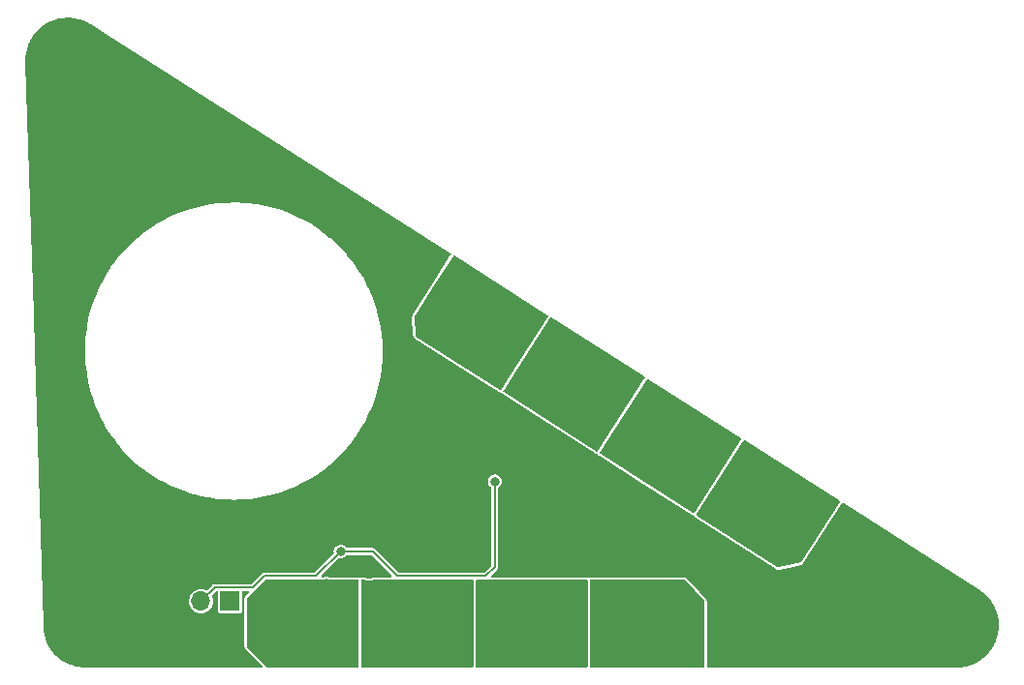
<source format=gtl>
G04 #@! TF.GenerationSoftware,KiCad,Pcbnew,(6.0.0)*
G04 #@! TF.CreationDate,2022-02-11T23:38:19-05:00*
G04 #@! TF.ProjectId,FalconRHS,46616c63-6f6e-4524-9853-2e6b69636164,1A*
G04 #@! TF.SameCoordinates,Original*
G04 #@! TF.FileFunction,Copper,L1,Top*
G04 #@! TF.FilePolarity,Positive*
%FSLAX46Y46*%
G04 Gerber Fmt 4.6, Leading zero omitted, Abs format (unit mm)*
G04 Created by KiCad (PCBNEW (6.0.0)) date 2022-02-11 23:38:19*
%MOMM*%
%LPD*%
G01*
G04 APERTURE LIST*
G04 Aperture macros list*
%AMRotRect*
0 Rectangle, with rotation*
0 The origin of the aperture is its center*
0 $1 length*
0 $2 width*
0 $3 Rotation angle, in degrees counterclockwise*
0 Add horizontal line*
21,1,$1,$2,0,0,$3*%
G04 Aperture macros list end*
G04 #@! TA.AperFunction,SMDPad,CuDef*
%ADD10R,2.000000X3.400000*%
G04 #@! TD*
G04 #@! TA.AperFunction,SMDPad,CuDef*
%ADD11RotRect,2.000000X3.400000X147.507004*%
G04 #@! TD*
G04 #@! TA.AperFunction,ComponentPad*
%ADD12R,1.700000X1.700000*%
G04 #@! TD*
G04 #@! TA.AperFunction,ComponentPad*
%ADD13O,1.700000X1.700000*%
G04 #@! TD*
G04 #@! TA.AperFunction,ViaPad*
%ADD14C,0.800000*%
G04 #@! TD*
G04 #@! TA.AperFunction,ViaPad*
%ADD15C,1.700000*%
G04 #@! TD*
G04 #@! TA.AperFunction,Conductor*
%ADD16C,0.203200*%
G04 #@! TD*
G04 APERTURE END LIST*
D10*
X144150000Y-122000000D03*
X141850000Y-122000000D03*
D11*
X162400799Y-111896316D03*
X164340751Y-113131868D03*
X153964089Y-106527857D03*
X155904041Y-107763409D03*
D10*
X154150000Y-122000000D03*
X151850000Y-122000000D03*
X134150000Y-122000000D03*
X131850000Y-122000000D03*
D11*
X145545458Y-101132988D03*
X147485410Y-102368540D03*
D12*
X121640000Y-121900000D03*
D13*
X119100000Y-121900000D03*
X116560000Y-121900000D03*
D14*
X145700000Y-117400000D03*
X150500000Y-107850000D03*
D15*
X146266600Y-108930500D03*
X133800000Y-119050000D03*
D14*
X132200000Y-110050000D03*
X137100000Y-109450000D03*
X143850000Y-117450000D03*
X137100000Y-110600000D03*
X133400000Y-110050000D03*
X145700000Y-118450000D03*
X143850000Y-118450000D03*
X131300000Y-117550000D03*
X144772665Y-111415146D03*
X164931479Y-115118521D03*
X165752028Y-115647972D03*
X166572577Y-116177423D03*
X146750000Y-98200000D03*
X145961482Y-97688518D03*
X147538518Y-98711482D03*
X130035000Y-121365000D03*
X130035000Y-122365000D03*
X130035000Y-120365000D03*
X156699980Y-124450000D03*
X157699980Y-124450000D03*
X155699980Y-124450000D03*
D16*
X120300000Y-120700000D02*
X123650000Y-120700000D01*
X136250000Y-119700000D02*
X134100000Y-117550000D01*
X144772665Y-118877335D02*
X143950000Y-119700000D01*
X119100000Y-121900000D02*
X120300000Y-120700000D01*
X144772665Y-111415146D02*
X144772665Y-118877335D01*
X123650000Y-120700000D02*
X124650000Y-119700000D01*
X143950000Y-119700000D02*
X136250000Y-119700000D01*
X129150000Y-119700000D02*
X131300000Y-117550000D01*
X134100000Y-117550000D02*
X131300000Y-117550000D01*
X124650000Y-119700000D02*
X129150000Y-119700000D01*
G04 #@! TA.AperFunction,Conductor*
G36*
X166627155Y-107829928D02*
G01*
X174891105Y-113093225D01*
X174930657Y-113141194D01*
X174934461Y-113203251D01*
X174921791Y-113232309D01*
X171572462Y-118464908D01*
X171524402Y-118504353D01*
X171509305Y-118508933D01*
X170814547Y-118661441D01*
X169540829Y-118941037D01*
X169478954Y-118934950D01*
X169464842Y-118927388D01*
X162437295Y-114407642D01*
X162397955Y-114359497D01*
X162394427Y-114297423D01*
X162406861Y-114268989D01*
X166488264Y-107860739D01*
X166536235Y-107821186D01*
X166598292Y-107817382D01*
X166627155Y-107829928D01*
G37*
G04 #@! TD.AperFunction*
G04 #@! TA.AperFunction,Conductor*
G36*
X141254641Y-91670214D02*
G01*
X149381852Y-96846421D01*
X149421405Y-96894392D01*
X149425209Y-96956449D01*
X149412662Y-96985315D01*
X146067146Y-102238141D01*
X145352401Y-103360368D01*
X145304430Y-103399921D01*
X145242373Y-103403725D01*
X145213500Y-103391173D01*
X137893443Y-98727677D01*
X137853897Y-98679702D01*
X137847061Y-98648572D01*
X137751861Y-96982575D01*
X137767610Y-96922536D01*
X137911704Y-96697818D01*
X139447794Y-94302242D01*
X141115913Y-91700764D01*
X141164005Y-91661358D01*
X141226074Y-91657745D01*
X141254641Y-91670214D01*
G37*
G04 #@! TD.AperFunction*
G04 #@! TA.AperFunction,Conductor*
G36*
X158187168Y-102454513D02*
G01*
X166286063Y-107612687D01*
X166325617Y-107660658D01*
X166329420Y-107722715D01*
X166316873Y-107751581D01*
X162245853Y-114143528D01*
X162197882Y-114183081D01*
X162135825Y-114186885D01*
X162106959Y-114174338D01*
X154008063Y-109016164D01*
X153968510Y-108968193D01*
X153964706Y-108906136D01*
X153977253Y-108877270D01*
X158048274Y-102485323D01*
X158096245Y-102445770D01*
X158158302Y-102441966D01*
X158187168Y-102454513D01*
G37*
G04 #@! TD.AperFunction*
G04 #@! TA.AperFunction,Conductor*
G36*
X132855331Y-120019213D02*
G01*
X132891876Y-120069513D01*
X132896800Y-120100600D01*
X132896800Y-127599399D01*
X132877587Y-127658530D01*
X132827287Y-127695075D01*
X132796200Y-127699999D01*
X124941669Y-127699999D01*
X124882538Y-127680786D01*
X124870534Y-127670534D01*
X123129465Y-125929465D01*
X123101239Y-125874067D01*
X123100000Y-125858330D01*
X123100000Y-121692552D01*
X123119213Y-121633421D01*
X123130535Y-121620363D01*
X123791694Y-120978650D01*
X123810931Y-120965816D01*
X123810185Y-120964591D01*
X123816252Y-120960898D01*
X123822779Y-120958094D01*
X123827744Y-120954015D01*
X123832176Y-120949583D01*
X123850517Y-120935085D01*
X123858628Y-120930085D01*
X123876573Y-120906486D01*
X123885516Y-120896243D01*
X124179291Y-120602468D01*
X124180361Y-120601414D01*
X124765268Y-120033711D01*
X124821079Y-120006315D01*
X124835332Y-120005300D01*
X129095636Y-120005300D01*
X129099827Y-120005608D01*
X129104628Y-120007256D01*
X129113907Y-120006908D01*
X129113910Y-120006908D01*
X129154836Y-120005371D01*
X129158610Y-120005300D01*
X129178393Y-120005300D01*
X129182892Y-120004462D01*
X129188180Y-120004119D01*
X129208998Y-120003338D01*
X129209001Y-120003337D01*
X129218282Y-120002989D01*
X129221826Y-120001466D01*
X129235004Y-120000000D01*
X132796200Y-120000000D01*
X132855331Y-120019213D01*
G37*
G04 #@! TD.AperFunction*
G04 #@! TA.AperFunction,Conductor*
G36*
X152855331Y-120019213D02*
G01*
X152891876Y-120069513D01*
X152896800Y-120100600D01*
X152896800Y-127599400D01*
X152877587Y-127658531D01*
X152827287Y-127695076D01*
X152796200Y-127700000D01*
X143200599Y-127700000D01*
X143141469Y-127680787D01*
X143104924Y-127630487D01*
X143100000Y-127599400D01*
X143100000Y-120105900D01*
X143119213Y-120046769D01*
X143169513Y-120010224D01*
X143200600Y-120005300D01*
X143895636Y-120005300D01*
X143899827Y-120005608D01*
X143904628Y-120007256D01*
X143913907Y-120006908D01*
X143913910Y-120006908D01*
X143954836Y-120005371D01*
X143958610Y-120005300D01*
X143978393Y-120005300D01*
X143982892Y-120004462D01*
X143988180Y-120004119D01*
X144008998Y-120003338D01*
X144009001Y-120003337D01*
X144018282Y-120002989D01*
X144021826Y-120001466D01*
X144035004Y-120000000D01*
X152796200Y-120000000D01*
X152855331Y-120019213D01*
G37*
G04 #@! TD.AperFunction*
G04 #@! TA.AperFunction,Conductor*
G36*
X149722943Y-97063662D02*
G01*
X157590735Y-102074646D01*
X157846074Y-102237271D01*
X157885628Y-102285242D01*
X157889431Y-102347299D01*
X157876884Y-102376165D01*
X153812918Y-108757034D01*
X153764947Y-108796588D01*
X153702890Y-108800391D01*
X153674024Y-108787844D01*
X145550896Y-103614237D01*
X145511343Y-103566266D01*
X145507539Y-103504209D01*
X145520086Y-103475343D01*
X146238536Y-102347299D01*
X149584052Y-97094473D01*
X149632023Y-97054920D01*
X149694080Y-97051116D01*
X149722943Y-97063662D01*
G37*
G04 #@! TD.AperFunction*
G04 #@! TA.AperFunction,Conductor*
G36*
X161365815Y-120019213D02*
G01*
X161379767Y-120031468D01*
X163072483Y-121820911D01*
X163099160Y-121877071D01*
X163100000Y-121890043D01*
X163100000Y-127599400D01*
X163080787Y-127658531D01*
X163030487Y-127695076D01*
X162999402Y-127700000D01*
X153200599Y-127700000D01*
X153141469Y-127680787D01*
X153104924Y-127630487D01*
X153100000Y-127599400D01*
X153100000Y-120100600D01*
X153119213Y-120041469D01*
X153169513Y-120004924D01*
X153200600Y-120000000D01*
X161306684Y-120000000D01*
X161365815Y-120019213D01*
G37*
G04 #@! TD.AperFunction*
G04 #@! TA.AperFunction,Conductor*
G36*
X107598031Y-70842088D02*
G01*
X107732689Y-70845438D01*
X107742575Y-70846173D01*
X107857594Y-70860446D01*
X108094584Y-70889854D01*
X108104331Y-70891554D01*
X108358368Y-70948908D01*
X108450339Y-70969673D01*
X108459890Y-70972330D01*
X108796521Y-71084124D01*
X108805765Y-71087709D01*
X109129748Y-71232090D01*
X109138593Y-71236566D01*
X109423451Y-71398840D01*
X109441609Y-71412072D01*
X109442135Y-71412554D01*
X109442139Y-71412557D01*
X109448629Y-71418502D01*
X109456761Y-71421869D01*
X109465122Y-71425331D01*
X109480679Y-71433427D01*
X110787600Y-72265803D01*
X139702817Y-90681859D01*
X140913545Y-91452970D01*
X140953098Y-91500941D01*
X140956902Y-91562998D01*
X140944190Y-91592122D01*
X139276739Y-94192558D01*
X137740649Y-96588134D01*
X137596555Y-96812852D01*
X137594972Y-96816461D01*
X137594971Y-96816463D01*
X137572645Y-96867363D01*
X137572643Y-96867370D01*
X137571060Y-96870978D01*
X137555311Y-96931017D01*
X137548992Y-96994168D01*
X137549217Y-96998106D01*
X137549217Y-96998108D01*
X137638592Y-98562157D01*
X137644192Y-98660165D01*
X137648590Y-98692155D01*
X137655426Y-98723285D01*
X137697100Y-98808950D01*
X137700889Y-98813547D01*
X137700890Y-98813548D01*
X137734128Y-98853871D01*
X137734132Y-98853875D01*
X137736646Y-98856925D01*
X137739613Y-98859550D01*
X137739614Y-98859551D01*
X137781300Y-98896433D01*
X137781305Y-98896437D01*
X137784262Y-98899053D01*
X137787592Y-98901174D01*
X137787594Y-98901176D01*
X144053405Y-102893028D01*
X145104319Y-103562549D01*
X145106059Y-103563474D01*
X145106064Y-103563477D01*
X145130737Y-103576595D01*
X145130745Y-103576599D01*
X145132487Y-103577525D01*
X145161360Y-103590077D01*
X145167207Y-103591107D01*
X145167209Y-103591108D01*
X145198624Y-103596644D01*
X145254806Y-103606544D01*
X145255059Y-103606528D01*
X145310993Y-103628273D01*
X145337264Y-103661062D01*
X145354563Y-103695534D01*
X145394116Y-103743505D01*
X145397070Y-103746118D01*
X145397076Y-103746124D01*
X145414111Y-103761191D01*
X145441738Y-103785627D01*
X148210484Y-105549037D01*
X153495830Y-108915265D01*
X153564866Y-108959234D01*
X153593022Y-108974201D01*
X153594827Y-108974985D01*
X153594832Y-108974988D01*
X153601660Y-108977955D01*
X153621888Y-108986748D01*
X153627728Y-108987777D01*
X153627731Y-108987778D01*
X153715319Y-109003211D01*
X153715000Y-109005019D01*
X153765351Y-109024596D01*
X153791616Y-109057380D01*
X153811730Y-109097461D01*
X153851283Y-109145432D01*
X153854237Y-109148045D01*
X153854243Y-109148051D01*
X153895946Y-109184937D01*
X153898905Y-109187554D01*
X157406736Y-111421686D01*
X160377130Y-113313525D01*
X161997801Y-114345728D01*
X162025957Y-114360695D01*
X162027762Y-114361479D01*
X162027767Y-114361482D01*
X162049382Y-114370877D01*
X162054823Y-114373242D01*
X162095611Y-114380428D01*
X162145896Y-114389288D01*
X162200796Y-114418470D01*
X162218551Y-114443637D01*
X162238091Y-114483005D01*
X162240605Y-114488070D01*
X162279945Y-114536215D01*
X162327378Y-114578547D01*
X162330696Y-114580681D01*
X162330700Y-114580684D01*
X169354077Y-119097748D01*
X169354091Y-119097757D01*
X169354925Y-119098293D01*
X169368867Y-119106494D01*
X169382979Y-119114056D01*
X169387719Y-119115496D01*
X169387723Y-119115498D01*
X169454313Y-119135732D01*
X169454317Y-119135733D01*
X169459060Y-119137174D01*
X169520935Y-119143261D01*
X169524879Y-119143028D01*
X169524880Y-119143028D01*
X169562630Y-119140797D01*
X169584397Y-119139511D01*
X170858115Y-118859915D01*
X171552873Y-118707407D01*
X171553835Y-118707156D01*
X171553843Y-118707154D01*
X171567323Y-118703636D01*
X171567338Y-118703632D01*
X171568295Y-118703382D01*
X171583392Y-118698802D01*
X171587741Y-118696477D01*
X171587744Y-118696476D01*
X171648956Y-118663755D01*
X171653317Y-118661424D01*
X171657138Y-118658288D01*
X171657141Y-118658286D01*
X171698317Y-118624491D01*
X171698321Y-118624487D01*
X171701377Y-118621979D01*
X171715485Y-118606101D01*
X171740981Y-118577409D01*
X171740986Y-118577403D01*
X171743605Y-118574455D01*
X175092934Y-113341856D01*
X175093703Y-113342348D01*
X175137757Y-113303154D01*
X175199629Y-113297024D01*
X175232168Y-113310447D01*
X175282256Y-113342348D01*
X187086387Y-120860380D01*
X187100301Y-120871054D01*
X187106973Y-120877167D01*
X187106976Y-120877169D01*
X187113463Y-120883112D01*
X187122227Y-120886741D01*
X187141915Y-120897614D01*
X187410665Y-121088109D01*
X187418475Y-121094247D01*
X187687345Y-121327996D01*
X187694517Y-121334884D01*
X187938951Y-121594056D01*
X187945416Y-121601630D01*
X188163025Y-121883689D01*
X188168710Y-121891863D01*
X188357375Y-122194060D01*
X188362220Y-122202750D01*
X188520090Y-122522126D01*
X188524051Y-122531251D01*
X188649570Y-122864656D01*
X188652613Y-122874137D01*
X188744561Y-123218324D01*
X188746651Y-123228059D01*
X188804121Y-123579637D01*
X188805239Y-123589531D01*
X188827671Y-123945067D01*
X188827806Y-123955024D01*
X188814980Y-124311053D01*
X188814129Y-124320973D01*
X188766172Y-124673978D01*
X188764347Y-124683756D01*
X188730715Y-124824822D01*
X188681728Y-125030294D01*
X188678943Y-125039853D01*
X188562466Y-125376538D01*
X188558748Y-125385776D01*
X188409565Y-125709282D01*
X188404953Y-125718106D01*
X188224525Y-126025271D01*
X188219063Y-126033597D01*
X188009137Y-126321443D01*
X188002879Y-126329187D01*
X187765539Y-126594856D01*
X187758549Y-126601942D01*
X187496098Y-126842857D01*
X187488451Y-126849209D01*
X187203463Y-127063004D01*
X187195226Y-127068568D01*
X187139031Y-127102606D01*
X186890498Y-127253143D01*
X186881736Y-127257873D01*
X186560284Y-127411405D01*
X186551100Y-127415246D01*
X186216008Y-127536261D01*
X186206503Y-127539170D01*
X185923617Y-127610664D01*
X185861110Y-127626461D01*
X185851351Y-127628419D01*
X185740072Y-127645070D01*
X185499029Y-127681137D01*
X185489121Y-127682122D01*
X185160111Y-127698425D01*
X185137662Y-127697019D01*
X185137658Y-127697018D01*
X185128322Y-127695372D01*
X185119656Y-127696900D01*
X185119655Y-127696900D01*
X185111920Y-127698264D01*
X185110747Y-127698471D01*
X185110741Y-127698472D01*
X185093272Y-127700000D01*
X163403800Y-127700000D01*
X163344669Y-127680787D01*
X163308124Y-127630487D01*
X163303200Y-127599400D01*
X163303200Y-121890043D01*
X163302775Y-121876912D01*
X163301935Y-121863940D01*
X163282705Y-121789884D01*
X163256028Y-121733724D01*
X163220101Y-121681272D01*
X162664818Y-121094258D01*
X161528176Y-119892665D01*
X161528172Y-119892661D01*
X161527385Y-119891829D01*
X161513866Y-119878800D01*
X161499914Y-119866545D01*
X161457387Y-119842339D01*
X161433062Y-119828493D01*
X161433060Y-119828492D01*
X161428608Y-119825958D01*
X161423737Y-119824375D01*
X161423734Y-119824374D01*
X161373233Y-119807965D01*
X161373228Y-119807964D01*
X161369477Y-119806745D01*
X161353572Y-119804226D01*
X161310582Y-119797417D01*
X161310578Y-119797417D01*
X161306684Y-119796800D01*
X153200600Y-119796800D01*
X153168811Y-119799302D01*
X153166853Y-119799612D01*
X153166854Y-119799612D01*
X153143586Y-119803297D01*
X153143582Y-119803298D01*
X153137724Y-119804226D01*
X153132242Y-119806497D01*
X153132241Y-119806497D01*
X153089083Y-119824374D01*
X153050075Y-119840532D01*
X153045793Y-119843643D01*
X152985051Y-119855724D01*
X152945280Y-119842182D01*
X152922978Y-119828858D01*
X152922977Y-119828857D01*
X152918124Y-119825958D01*
X152912753Y-119824213D01*
X152912749Y-119824211D01*
X152862749Y-119807965D01*
X152862744Y-119807964D01*
X152858993Y-119806745D01*
X152843088Y-119804226D01*
X152800098Y-119797417D01*
X152800094Y-119797417D01*
X152796200Y-119796800D01*
X144527829Y-119796800D01*
X144468698Y-119777587D01*
X144432153Y-119727287D01*
X144432153Y-119665113D01*
X144456694Y-119625065D01*
X144623018Y-119458742D01*
X144950110Y-119131650D01*
X144953286Y-119128908D01*
X144957845Y-119126680D01*
X144991995Y-119089866D01*
X144994612Y-119087148D01*
X145008622Y-119073138D01*
X145011212Y-119069363D01*
X145014720Y-119065368D01*
X145028875Y-119050109D01*
X145035193Y-119043298D01*
X145039525Y-119032440D01*
X145050005Y-119012812D01*
X145056621Y-119003167D01*
X145062868Y-118976845D01*
X145067310Y-118962800D01*
X145074706Y-118944260D01*
X145074706Y-118944258D01*
X145077338Y-118937662D01*
X145077965Y-118931267D01*
X145077965Y-118925001D01*
X145080684Y-118901772D01*
X145080738Y-118901547D01*
X145080738Y-118901540D01*
X145082882Y-118892507D01*
X145078884Y-118863130D01*
X145077965Y-118849565D01*
X145077965Y-111991439D01*
X145097178Y-111932308D01*
X145117324Y-111911628D01*
X145197995Y-111849727D01*
X145197998Y-111849724D01*
X145203229Y-111845710D01*
X145299996Y-111719600D01*
X145360826Y-111572743D01*
X145365555Y-111536827D01*
X145380713Y-111421686D01*
X145381574Y-111415146D01*
X145380713Y-111408606D01*
X145361687Y-111264087D01*
X145361686Y-111264085D01*
X145360826Y-111257549D01*
X145305783Y-111124663D01*
X145302519Y-111116782D01*
X145302517Y-111116779D01*
X145299996Y-111110692D01*
X145203229Y-110984582D01*
X145077120Y-110887815D01*
X144930262Y-110826985D01*
X144923726Y-110826125D01*
X144923724Y-110826124D01*
X144779205Y-110807098D01*
X144772665Y-110806237D01*
X144766125Y-110807098D01*
X144621606Y-110826124D01*
X144621604Y-110826125D01*
X144615068Y-110826985D01*
X144530777Y-110861899D01*
X144474301Y-110885292D01*
X144474298Y-110885294D01*
X144468211Y-110887815D01*
X144342101Y-110984582D01*
X144245334Y-111110692D01*
X144242813Y-111116779D01*
X144242811Y-111116782D01*
X144239547Y-111124663D01*
X144184504Y-111257549D01*
X144183644Y-111264085D01*
X144183643Y-111264087D01*
X144164617Y-111408606D01*
X144163756Y-111415146D01*
X144164617Y-111421686D01*
X144179776Y-111536827D01*
X144184504Y-111572743D01*
X144245334Y-111719600D01*
X144342101Y-111845710D01*
X144347332Y-111849724D01*
X144347335Y-111849727D01*
X144428006Y-111911628D01*
X144463222Y-111962867D01*
X144467365Y-111991439D01*
X144467365Y-118709206D01*
X144448152Y-118768337D01*
X144437900Y-118780341D01*
X143853005Y-119365235D01*
X143797607Y-119393461D01*
X143781870Y-119394700D01*
X136418129Y-119394700D01*
X136358998Y-119375487D01*
X136346994Y-119365235D01*
X134354315Y-117372555D01*
X134351573Y-117369379D01*
X134349345Y-117364820D01*
X134312531Y-117330670D01*
X134309813Y-117328053D01*
X134295803Y-117314043D01*
X134292028Y-117311453D01*
X134288033Y-117307945D01*
X134272774Y-117293790D01*
X134265963Y-117287472D01*
X134257339Y-117284031D01*
X134257337Y-117284030D01*
X134255941Y-117283474D01*
X134255105Y-117283140D01*
X134235477Y-117272660D01*
X134225832Y-117266044D01*
X134216794Y-117263899D01*
X134199510Y-117259797D01*
X134185465Y-117255355D01*
X134166925Y-117247959D01*
X134166923Y-117247959D01*
X134160327Y-117245327D01*
X134153932Y-117244700D01*
X134147666Y-117244700D01*
X134124437Y-117241981D01*
X134124212Y-117241927D01*
X134124205Y-117241927D01*
X134115172Y-117239783D01*
X134085796Y-117243781D01*
X134072230Y-117244700D01*
X131876292Y-117244700D01*
X131817161Y-117225487D01*
X131796481Y-117205341D01*
X131734581Y-117124671D01*
X131730564Y-117119436D01*
X131604455Y-117022669D01*
X131457597Y-116961839D01*
X131451061Y-116960979D01*
X131451059Y-116960978D01*
X131306540Y-116941952D01*
X131300000Y-116941091D01*
X131293460Y-116941952D01*
X131148941Y-116960978D01*
X131148939Y-116960979D01*
X131142403Y-116961839D01*
X131058112Y-116996753D01*
X131001636Y-117020146D01*
X131001633Y-117020148D01*
X130995546Y-117022669D01*
X130869436Y-117119436D01*
X130772669Y-117245546D01*
X130770148Y-117251633D01*
X130770146Y-117251636D01*
X130756728Y-117284030D01*
X130711839Y-117392403D01*
X130691091Y-117550000D01*
X130691952Y-117556540D01*
X130691952Y-117556541D01*
X130705224Y-117657356D01*
X130693894Y-117718489D01*
X130676620Y-117741621D01*
X129053005Y-119365235D01*
X128997607Y-119393461D01*
X128981870Y-119394700D01*
X124704364Y-119394700D01*
X124700173Y-119394392D01*
X124695372Y-119392744D01*
X124686093Y-119393092D01*
X124686090Y-119393092D01*
X124645164Y-119394629D01*
X124641390Y-119394700D01*
X124621607Y-119394700D01*
X124617109Y-119395538D01*
X124611819Y-119395881D01*
X124607911Y-119396028D01*
X124581719Y-119397011D01*
X124573188Y-119400676D01*
X124573184Y-119400677D01*
X124570976Y-119401626D01*
X124549684Y-119408095D01*
X124547319Y-119408535D01*
X124547316Y-119408536D01*
X124538189Y-119410236D01*
X124530284Y-119415109D01*
X124530283Y-119415109D01*
X124515157Y-119424433D01*
X124502086Y-119431224D01*
X124477222Y-119441906D01*
X124472256Y-119445984D01*
X124467824Y-119450416D01*
X124449477Y-119464919D01*
X124441372Y-119469915D01*
X124435751Y-119477307D01*
X124435750Y-119477308D01*
X124423430Y-119493510D01*
X124414487Y-119503753D01*
X123553005Y-120365235D01*
X123497607Y-120393461D01*
X123481870Y-120394700D01*
X120354357Y-120394700D01*
X120350169Y-120394393D01*
X120345371Y-120392745D01*
X120336091Y-120393093D01*
X120336089Y-120393093D01*
X120295179Y-120394629D01*
X120291406Y-120394700D01*
X120271607Y-120394700D01*
X120267109Y-120395538D01*
X120261816Y-120395881D01*
X120256655Y-120396075D01*
X120231718Y-120397011D01*
X120223187Y-120400676D01*
X120223183Y-120400677D01*
X120220975Y-120401626D01*
X120199683Y-120408095D01*
X120197318Y-120408535D01*
X120197315Y-120408536D01*
X120188189Y-120410236D01*
X120180287Y-120415107D01*
X120180284Y-120415108D01*
X120165151Y-120424436D01*
X120152082Y-120431225D01*
X120127221Y-120441906D01*
X120122256Y-120445985D01*
X120117824Y-120450417D01*
X120099483Y-120464915D01*
X120091372Y-120469915D01*
X120085749Y-120477310D01*
X120073427Y-120493514D01*
X120064484Y-120503757D01*
X119650302Y-120917939D01*
X119594904Y-120946165D01*
X119531320Y-120935297D01*
X119514629Y-120926273D01*
X119514628Y-120926272D01*
X119510301Y-120923933D01*
X119505604Y-120922479D01*
X119317602Y-120864283D01*
X119317600Y-120864283D01*
X119312901Y-120862828D01*
X119107392Y-120841228D01*
X119102491Y-120841674D01*
X119102488Y-120841674D01*
X118906499Y-120859510D01*
X118906496Y-120859510D01*
X118901601Y-120859956D01*
X118896887Y-120861343D01*
X118896884Y-120861344D01*
X118742734Y-120906714D01*
X118703367Y-120918300D01*
X118699007Y-120920579D01*
X118699003Y-120920581D01*
X118650066Y-120946165D01*
X118520241Y-121014036D01*
X118516402Y-121017123D01*
X118516400Y-121017124D01*
X118420465Y-121094258D01*
X118359198Y-121143518D01*
X118226371Y-121301814D01*
X118126821Y-121482895D01*
X118125333Y-121487585D01*
X118125332Y-121487588D01*
X118089156Y-121601630D01*
X118064339Y-121679864D01*
X118063790Y-121684755D01*
X118063790Y-121684757D01*
X118042237Y-121876912D01*
X118041305Y-121885217D01*
X118058596Y-122091133D01*
X118115555Y-122289770D01*
X118210010Y-122473560D01*
X118213063Y-122477412D01*
X118213065Y-122477415D01*
X118255735Y-122531251D01*
X118338364Y-122635503D01*
X118495730Y-122769431D01*
X118676111Y-122870243D01*
X118680792Y-122871764D01*
X118867959Y-122932579D01*
X118867965Y-122932580D01*
X118872639Y-122934099D01*
X118877521Y-122934681D01*
X118877525Y-122934682D01*
X119072936Y-122957983D01*
X119072937Y-122957983D01*
X119077826Y-122958566D01*
X119283858Y-122942712D01*
X119288599Y-122941388D01*
X119288601Y-122941388D01*
X119478145Y-122888467D01*
X119482887Y-122887143D01*
X119667332Y-122793973D01*
X119830168Y-122666752D01*
X119965191Y-122510325D01*
X120067260Y-122330652D01*
X120132486Y-122134575D01*
X120158385Y-121929563D01*
X120158798Y-121900000D01*
X120157739Y-121889192D01*
X120148001Y-121789884D01*
X120138633Y-121694345D01*
X120137211Y-121689635D01*
X120137210Y-121689630D01*
X120080331Y-121501238D01*
X120080329Y-121501234D01*
X120078907Y-121496523D01*
X120074157Y-121487588D01*
X120063982Y-121468453D01*
X120053185Y-121407223D01*
X120081671Y-121350088D01*
X120396994Y-121034765D01*
X120452392Y-121006539D01*
X120468129Y-121005300D01*
X120485700Y-121005300D01*
X120544831Y-121024513D01*
X120581376Y-121074813D01*
X120586300Y-121105900D01*
X120586300Y-122770064D01*
X120598119Y-122829480D01*
X120643140Y-122896860D01*
X120710520Y-122941881D01*
X120769936Y-122953700D01*
X122510064Y-122953700D01*
X122569480Y-122941881D01*
X122636860Y-122896860D01*
X122681881Y-122829480D01*
X122693700Y-122770064D01*
X122693700Y-121105900D01*
X122712913Y-121046769D01*
X122763213Y-121010224D01*
X122794300Y-121005300D01*
X123224392Y-121005300D01*
X123283523Y-121024513D01*
X123320068Y-121074813D01*
X123320068Y-121136987D01*
X123294457Y-121178089D01*
X122989011Y-121474551D01*
X122977008Y-121487247D01*
X122965686Y-121500305D01*
X122925958Y-121570628D01*
X122924402Y-121575416D01*
X122924401Y-121575419D01*
X122915885Y-121601630D01*
X122906745Y-121629759D01*
X122906128Y-121633655D01*
X122898035Y-121684757D01*
X122896800Y-121692552D01*
X122896800Y-125858330D01*
X122897427Y-125874279D01*
X122898666Y-125890016D01*
X122920186Y-125966316D01*
X122948412Y-126021714D01*
X122985781Y-126073149D01*
X124440896Y-127528264D01*
X124469122Y-127583662D01*
X124459396Y-127645070D01*
X124415432Y-127689034D01*
X124369761Y-127699999D01*
X109035051Y-127699999D01*
X109017582Y-127698471D01*
X109008667Y-127696899D01*
X109000001Y-127695371D01*
X108991334Y-127696899D01*
X108991333Y-127696899D01*
X108990459Y-127697053D01*
X108968154Y-127698465D01*
X108763369Y-127688604D01*
X108649318Y-127683112D01*
X108639692Y-127682182D01*
X108468372Y-127657279D01*
X108297054Y-127632376D01*
X108287555Y-127630525D01*
X108160687Y-127599400D01*
X107951271Y-127548023D01*
X107942009Y-127545271D01*
X107778616Y-127488057D01*
X107615231Y-127430845D01*
X107606262Y-127427212D01*
X107291978Y-127281912D01*
X107283399Y-127277433D01*
X107136741Y-127191644D01*
X106984523Y-127102602D01*
X106976427Y-127097327D01*
X106774938Y-126951797D01*
X106695749Y-126894601D01*
X106688185Y-126888564D01*
X106428276Y-126659797D01*
X106421328Y-126653061D01*
X106184611Y-126400389D01*
X106178342Y-126393017D01*
X105966994Y-126118764D01*
X105961462Y-126110824D01*
X105777434Y-125817516D01*
X105772706Y-125809107D01*
X105617714Y-125499476D01*
X105613804Y-125490624D01*
X105489287Y-125167554D01*
X105486245Y-125158367D01*
X105393345Y-124824822D01*
X105391200Y-124815385D01*
X105330780Y-124474465D01*
X105329551Y-124464866D01*
X105318136Y-124320973D01*
X105304306Y-124146656D01*
X105305025Y-124124321D01*
X105306410Y-124114733D01*
X105302765Y-124097255D01*
X105300696Y-124079849D01*
X104551663Y-99966408D01*
X108956607Y-99966408D01*
X108973183Y-100669762D01*
X108983765Y-100805736D01*
X109016147Y-101221832D01*
X109027770Y-101371190D01*
X109120211Y-102068640D01*
X109250233Y-102760070D01*
X109417457Y-103443457D01*
X109417856Y-103444774D01*
X109563560Y-103925852D01*
X109621392Y-104116800D01*
X109861443Y-104778130D01*
X110136907Y-105425510D01*
X110446977Y-106057046D01*
X110447636Y-106058222D01*
X110447644Y-106058238D01*
X110575546Y-106286623D01*
X110790746Y-106670890D01*
X111167208Y-107265245D01*
X111575261Y-107838371D01*
X111576089Y-107839411D01*
X111576098Y-107839422D01*
X111660705Y-107945597D01*
X112013711Y-108388592D01*
X112014590Y-108389580D01*
X112014599Y-108389591D01*
X112224478Y-108625568D01*
X112481274Y-108914297D01*
X112482222Y-108915254D01*
X112482233Y-108915265D01*
X112623115Y-109057381D01*
X112976583Y-109413947D01*
X113498188Y-109886080D01*
X114044561Y-110329315D01*
X114045653Y-110330107D01*
X114045657Y-110330110D01*
X114612997Y-110741551D01*
X114613010Y-110741560D01*
X114614105Y-110742354D01*
X115205152Y-111123988D01*
X115206316Y-111124654D01*
X115206332Y-111124663D01*
X115428176Y-111251457D01*
X115815973Y-111473101D01*
X115817166Y-111473700D01*
X115817174Y-111473704D01*
X116443579Y-111788068D01*
X116444779Y-111788670D01*
X116726889Y-111911628D01*
X117088488Y-112069232D01*
X117088498Y-112069236D01*
X117089730Y-112069773D01*
X117090999Y-112070246D01*
X117091001Y-112070247D01*
X117327774Y-112158537D01*
X117748940Y-112315585D01*
X117750222Y-112315986D01*
X117750238Y-112315991D01*
X118419178Y-112524983D01*
X118420478Y-112525389D01*
X118421787Y-112525721D01*
X118421796Y-112525724D01*
X118565016Y-112562097D01*
X119102380Y-112698570D01*
X119103682Y-112698827D01*
X119103697Y-112698830D01*
X119692648Y-112814911D01*
X119792649Y-112834621D01*
X120489265Y-112933144D01*
X120490617Y-112933261D01*
X120490625Y-112933262D01*
X120839728Y-112963498D01*
X121190190Y-112993851D01*
X121191545Y-112993895D01*
X121191549Y-112993895D01*
X121699702Y-113010308D01*
X121893373Y-113016564D01*
X122467239Y-113004042D01*
X122595380Y-113001246D01*
X122595381Y-113001246D01*
X122596754Y-113001216D01*
X123298277Y-112947852D01*
X123995887Y-112856630D01*
X124113046Y-112834810D01*
X124686180Y-112728068D01*
X124686192Y-112728065D01*
X124687542Y-112727814D01*
X125371220Y-112561784D01*
X126044918Y-112359023D01*
X126166567Y-112315107D01*
X126705378Y-112120592D01*
X126705379Y-112120592D01*
X126706666Y-112120127D01*
X127354526Y-111845794D01*
X127355730Y-111845205D01*
X127355742Y-111845200D01*
X127985377Y-111537426D01*
X127985383Y-111537423D01*
X127986602Y-111536827D01*
X128601045Y-111194129D01*
X129196056Y-110818706D01*
X129415692Y-110662907D01*
X129768805Y-110412426D01*
X129768817Y-110412417D01*
X129769894Y-110411653D01*
X129770933Y-110410828D01*
X129770945Y-110410819D01*
X130158350Y-110103214D01*
X130320879Y-109974164D01*
X130419293Y-109886942D01*
X130554064Y-109767496D01*
X130847399Y-109507519D01*
X130941202Y-109414855D01*
X131346956Y-109014029D01*
X131346967Y-109014017D01*
X131347913Y-109013083D01*
X131370899Y-108987778D01*
X131820032Y-108493320D01*
X131820956Y-108492303D01*
X132265144Y-107946704D01*
X132679176Y-107377882D01*
X133061841Y-106787502D01*
X133412019Y-106177292D01*
X133728686Y-105549037D01*
X134010913Y-104904577D01*
X134257876Y-104245798D01*
X134463671Y-103591108D01*
X134468440Y-103575938D01*
X134468441Y-103575935D01*
X134468852Y-103574627D01*
X134643223Y-102893028D01*
X134780479Y-102202998D01*
X134880217Y-101506555D01*
X134942147Y-100805736D01*
X134946823Y-100668418D01*
X134966060Y-100103377D01*
X134966087Y-100102595D01*
X134966404Y-100011804D01*
X134947373Y-99308512D01*
X134943796Y-99264531D01*
X134890448Y-98608626D01*
X134890446Y-98608610D01*
X134890338Y-98607279D01*
X134795463Y-97910156D01*
X134663028Y-97219184D01*
X134493420Y-96536385D01*
X134480414Y-96493975D01*
X134459373Y-96425370D01*
X134287135Y-95863758D01*
X134044777Y-95203270D01*
X134027219Y-95162402D01*
X133767600Y-94558121D01*
X133767593Y-94558105D01*
X133767056Y-94556856D01*
X133746061Y-94514468D01*
X133455383Y-93927618D01*
X133454783Y-93926406D01*
X133432492Y-93886925D01*
X133329939Y-93705295D01*
X133108874Y-93313766D01*
X132730339Y-92720729D01*
X132320288Y-92149030D01*
X131879920Y-91600343D01*
X131872559Y-91592124D01*
X131411425Y-91077279D01*
X131410525Y-91076274D01*
X131377654Y-91043345D01*
X130914419Y-90579301D01*
X130913475Y-90578355D01*
X130390225Y-90108046D01*
X130354898Y-90079591D01*
X129843378Y-89667583D01*
X129842308Y-89666721D01*
X129271325Y-89255672D01*
X128678950Y-88876104D01*
X128066915Y-88529125D01*
X127437011Y-88215753D01*
X127096118Y-88068588D01*
X126792336Y-87937444D01*
X126792325Y-87937440D01*
X126791082Y-87936903D01*
X126131018Y-87693393D01*
X126129709Y-87692989D01*
X126129700Y-87692986D01*
X125460068Y-87486341D01*
X125460064Y-87486340D01*
X125458752Y-87485935D01*
X125457415Y-87485601D01*
X125457410Y-87485599D01*
X125268319Y-87438278D01*
X124776250Y-87315135D01*
X124727546Y-87305712D01*
X124086875Y-87181758D01*
X124086872Y-87181757D01*
X124085510Y-87181494D01*
X123707677Y-87129401D01*
X123389913Y-87085590D01*
X123389900Y-87085589D01*
X123388554Y-87085403D01*
X123328260Y-87080393D01*
X122688798Y-87027258D01*
X122688783Y-87027257D01*
X122687421Y-87027144D01*
X122686058Y-87027105D01*
X122686045Y-87027104D01*
X122373049Y-87018088D01*
X121984164Y-87006886D01*
X121280840Y-87024689D01*
X120967938Y-87049590D01*
X120580860Y-87080393D01*
X120580845Y-87080395D01*
X120579508Y-87080501D01*
X120578167Y-87080681D01*
X120578168Y-87080681D01*
X119883553Y-87173979D01*
X119883550Y-87173980D01*
X119882221Y-87174158D01*
X119880917Y-87174406D01*
X119880902Y-87174408D01*
X119192345Y-87305135D01*
X119192336Y-87305137D01*
X119191019Y-87305387D01*
X119189707Y-87305710D01*
X119189700Y-87305712D01*
X118509233Y-87473480D01*
X118509215Y-87473485D01*
X118507925Y-87473803D01*
X118506652Y-87474191D01*
X118506641Y-87474194D01*
X118176326Y-87574867D01*
X117834939Y-87678914D01*
X117833664Y-87679379D01*
X117833653Y-87679383D01*
X117175300Y-87919654D01*
X117174029Y-87920118D01*
X117172801Y-87920643D01*
X117172791Y-87920647D01*
X117128871Y-87939426D01*
X116527131Y-88196711D01*
X116525911Y-88197313D01*
X116525895Y-88197320D01*
X116189831Y-88363049D01*
X115896137Y-88507883D01*
X115282894Y-88852723D01*
X115281733Y-88853461D01*
X115281730Y-88853463D01*
X114887453Y-89104162D01*
X114689197Y-89230222D01*
X114116784Y-89639274D01*
X113567329Y-90078684D01*
X113042441Y-90547164D01*
X112543656Y-91043345D01*
X112072434Y-91565772D01*
X111630153Y-92112919D01*
X111218109Y-92683183D01*
X111217392Y-92684298D01*
X111217385Y-92684308D01*
X111192326Y-92723267D01*
X110837507Y-93274895D01*
X110489461Y-93886324D01*
X110488845Y-93887556D01*
X110336444Y-94192558D01*
X110174989Y-94515680D01*
X110174453Y-94516916D01*
X110174451Y-94516920D01*
X109895556Y-95159868D01*
X109895549Y-95159884D01*
X109895013Y-95161121D01*
X109650351Y-95820759D01*
X109441720Y-96492662D01*
X109441389Y-96493975D01*
X109270061Y-97173546D01*
X109270057Y-97173565D01*
X109269729Y-97174865D01*
X109134883Y-97865370D01*
X109037576Y-98562157D01*
X109016245Y-98813548D01*
X108987967Y-99146824D01*
X108978093Y-99263187D01*
X108960510Y-99838673D01*
X108956607Y-99966408D01*
X104551663Y-99966408D01*
X104453705Y-96812852D01*
X103766359Y-74685292D01*
X103767345Y-74667785D01*
X103768639Y-74658832D01*
X103768639Y-74658831D01*
X103769897Y-74650123D01*
X103767955Y-74640811D01*
X103765852Y-74618434D01*
X103771832Y-74290658D01*
X103772500Y-74280778D01*
X103813847Y-73928482D01*
X103815486Y-73918706D01*
X103891308Y-73572194D01*
X103893902Y-73562625D01*
X104003461Y-73225264D01*
X104006984Y-73215997D01*
X104149218Y-72891058D01*
X104153636Y-72882183D01*
X104327163Y-72572821D01*
X104332433Y-72564424D01*
X104535569Y-72273641D01*
X104541641Y-72265803D01*
X104772406Y-71996435D01*
X104779219Y-71989234D01*
X105035385Y-71743879D01*
X105042865Y-71737390D01*
X105321941Y-71518439D01*
X105330030Y-71512713D01*
X105629304Y-71322293D01*
X105637915Y-71317394D01*
X105954465Y-71157364D01*
X105963522Y-71153332D01*
X106294296Y-71025232D01*
X106303704Y-71022113D01*
X106645472Y-70927196D01*
X106655144Y-70925017D01*
X107004590Y-70864202D01*
X107014428Y-70862985D01*
X107049945Y-70860362D01*
X107368187Y-70836859D01*
X107378080Y-70836617D01*
X107598031Y-70842088D01*
G37*
G04 #@! TD.AperFunction*
G04 #@! TA.AperFunction,Conductor*
G36*
X133991002Y-117874513D02*
G01*
X134003006Y-117884765D01*
X135743306Y-119625065D01*
X135771532Y-119680463D01*
X135761806Y-119741871D01*
X135717842Y-119785835D01*
X135672171Y-119796800D01*
X134280384Y-119796800D01*
X134233292Y-119802332D01*
X134214769Y-119806745D01*
X134190796Y-119812456D01*
X134190793Y-119812457D01*
X134187934Y-119813138D01*
X134185181Y-119814146D01*
X134185176Y-119814147D01*
X134146172Y-119828421D01*
X134146169Y-119828422D01*
X134143410Y-119829432D01*
X134140777Y-119830762D01*
X134117857Y-119842339D01*
X134099552Y-119849439D01*
X133957907Y-119888986D01*
X133938572Y-119892395D01*
X133791933Y-119903679D01*
X133772308Y-119903268D01*
X133626272Y-119885855D01*
X133607100Y-119881640D01*
X133452856Y-119831522D01*
X133446437Y-119829193D01*
X133413989Y-119816147D01*
X133410891Y-119815340D01*
X133410888Y-119815339D01*
X133368011Y-119804170D01*
X133368010Y-119804170D01*
X133364909Y-119803362D01*
X133361741Y-119802956D01*
X133361735Y-119802955D01*
X133316858Y-119797206D01*
X133316853Y-119797206D01*
X133313686Y-119796800D01*
X133200600Y-119796800D01*
X133168811Y-119799302D01*
X133166853Y-119799612D01*
X133166854Y-119799612D01*
X133143586Y-119803297D01*
X133143582Y-119803298D01*
X133137724Y-119804226D01*
X133132242Y-119806497D01*
X133132241Y-119806497D01*
X133089083Y-119824374D01*
X133050075Y-119840532D01*
X133045793Y-119843643D01*
X132985051Y-119855724D01*
X132945280Y-119842182D01*
X132922978Y-119828858D01*
X132922977Y-119828857D01*
X132918124Y-119825958D01*
X132912753Y-119824213D01*
X132912749Y-119824211D01*
X132862749Y-119807965D01*
X132862744Y-119807964D01*
X132858993Y-119806745D01*
X132843088Y-119804226D01*
X132800098Y-119797417D01*
X132800094Y-119797417D01*
X132796200Y-119796800D01*
X130260799Y-119796800D01*
X130222302Y-119789143D01*
X130222300Y-119789142D01*
X130192597Y-119776839D01*
X130186061Y-119775979D01*
X130186059Y-119775978D01*
X130041540Y-119756952D01*
X130035000Y-119756091D01*
X130028460Y-119756952D01*
X129883941Y-119775978D01*
X129883939Y-119775979D01*
X129877403Y-119776839D01*
X129855685Y-119785835D01*
X129847701Y-119789142D01*
X129809203Y-119796800D01*
X129727829Y-119796800D01*
X129668698Y-119777587D01*
X129632153Y-119727287D01*
X129632153Y-119665113D01*
X129656694Y-119625065D01*
X131108379Y-118173380D01*
X131163777Y-118145154D01*
X131192644Y-118144776D01*
X131293459Y-118158048D01*
X131293460Y-118158048D01*
X131300000Y-118158909D01*
X131306540Y-118158048D01*
X131451059Y-118139022D01*
X131451061Y-118139021D01*
X131457597Y-118138161D01*
X131604455Y-118077331D01*
X131730564Y-117980564D01*
X131796481Y-117894659D01*
X131847720Y-117859443D01*
X131876292Y-117855300D01*
X133931871Y-117855300D01*
X133991002Y-117874513D01*
G37*
G04 #@! TD.AperFunction*
G04 #@! TA.AperFunction,Conductor*
G36*
X133362766Y-120012785D02*
G01*
X133371813Y-120017842D01*
X133371822Y-120017846D01*
X133376111Y-120020243D01*
X133380792Y-120021764D01*
X133567959Y-120082579D01*
X133567965Y-120082580D01*
X133572639Y-120084099D01*
X133577521Y-120084681D01*
X133577525Y-120084682D01*
X133772936Y-120107983D01*
X133772937Y-120107983D01*
X133777826Y-120108566D01*
X133983858Y-120092712D01*
X133988599Y-120091388D01*
X133988601Y-120091388D01*
X134178145Y-120038467D01*
X134182887Y-120037143D01*
X134207890Y-120024513D01*
X134235026Y-120010806D01*
X134280384Y-120000000D01*
X136162624Y-120000000D01*
X136184551Y-120002629D01*
X136189673Y-120004673D01*
X136196068Y-120005300D01*
X136202336Y-120005300D01*
X136225557Y-120008017D01*
X136234827Y-120010217D01*
X136264204Y-120006219D01*
X136277770Y-120005300D01*
X142796200Y-120005300D01*
X142855331Y-120024513D01*
X142891876Y-120074813D01*
X142896800Y-120105900D01*
X142896800Y-127599399D01*
X142877587Y-127658530D01*
X142827287Y-127695075D01*
X142796200Y-127699999D01*
X133200600Y-127699999D01*
X133141469Y-127680786D01*
X133104924Y-127630486D01*
X133100000Y-127599399D01*
X133100000Y-120100600D01*
X133119213Y-120041469D01*
X133169513Y-120004924D01*
X133200600Y-120000000D01*
X133313686Y-120000000D01*
X133362766Y-120012785D01*
G37*
G04 #@! TD.AperFunction*
M02*

</source>
